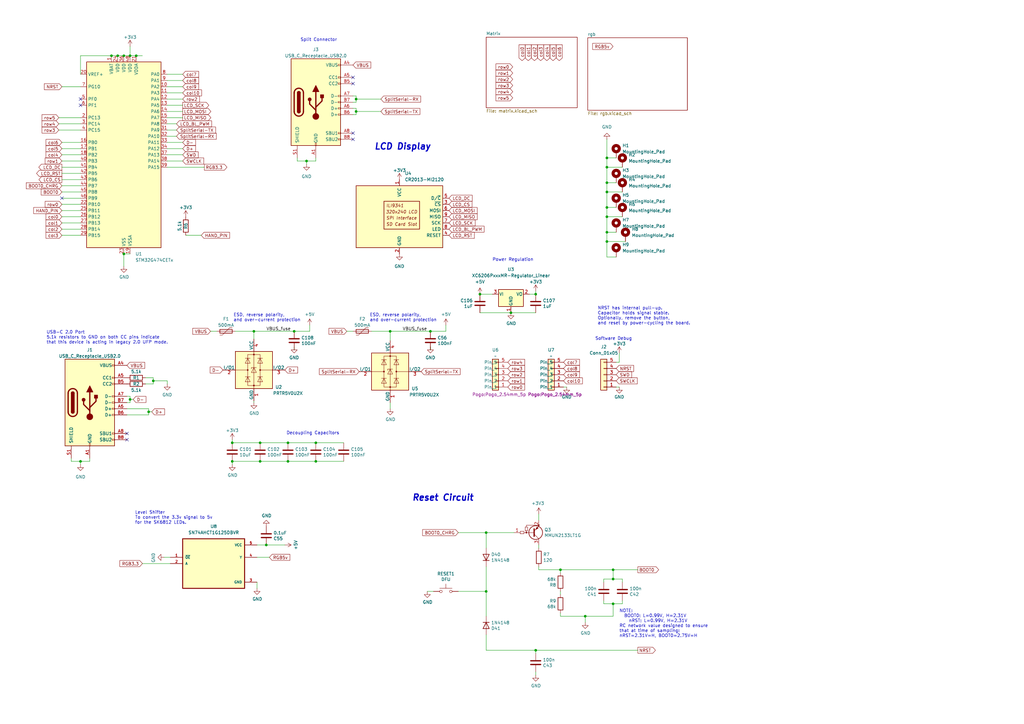
<source format=kicad_sch>
(kicad_sch (version 20250114) (generator "eeschema") (generator_version "9.0")
  (paper "A3")
  (text "Decoupling Capacitors" (at 117.475 178.435 0) (effects (font (size 1.27 1.27)) (justify left bottom)))
  (text "NOTE:\n  BOOT0: L=0.99V, H=2.31V\n    nRST: L=0.99V, H=2.31V\nRC network value designed to ensure\nthat at time of sampling:\nnRST=2.31V=H, BOOT0=2.75V=H" (at 254 261.62 0) (effects (font (size 1.27 1.27)) (justify left bottom)))
  (text "Power Regulation" (at 201.93 107.315 0) (effects (font (size 1.27 1.27)) (justify left bottom)))
  (text "Reset Circuit" (at 168.91 205.74 0) (effects (font (size 2.54 2.54) (thickness 0.508) (bold yes) (italic yes)) (justify left bottom)))
  (text "USB-C 2.0 Port\n5.1k resistors to GND on both CC pins indicate\nthat this device is acting in legacy 2.0 UFP mode." (at 19.05 141.224 0) (effects (font (size 1.27 1.27)) (justify left bottom)))
  (text "ESD, reverse polarity,\nand over-current protection" (at 95.758 132.08 0) (effects (font (size 1.27 1.27)) (justify left bottom)))
  (text "Split Connector" (at 123.19 17.145 0) (effects (font (size 1.27 1.27)) (justify left bottom)))
  (text "Software Debug" (at 244.094 139.7 0) (effects (font (size 1.27 1.27)) (justify left bottom)))
  (text "NRST has internal pull-up.\nCapacitor holds signal stable.\nOptionally, remove the button,\nand reset by power-cycling the board." (at 245.11 133.35 0) (effects (font (size 1.27 1.27)) (justify left bottom)))
  (text "ESD, reverse polarity,\nand over-current protection" (at 151.638 132.08 0) (effects (font (size 1.27 1.27)) (justify left bottom)))
  (text "LCD Display" (at 153.416 61.722 0) (effects (font (size 2.54 2.54) (thickness 0.508) (bold yes) (italic yes)) (justify left bottom)))
  (text "Level Shifter\nTo convert the 3.3v signal to 5v\nfor the SK6812 LEDs." (at 55.372 215.138 0) (effects (font (size 1.27 1.27)) (justify left bottom)))
  (junction (at 95.25 181.61))
  (junction (at 248.92 74.93))
  (junction (at 125.73 66.04))
  (junction (at 240.03 252.73))
  (junction (at 146.05 40.64))
  (junction (at 53.34 22.86))
  (junction (at 62.865 156.21))
  (junction (at 109.22 223.52))
  (junction (at 50.8 22.86))
  (junction (at 48.26 22.86))
  (junction (at 60.96 168.91))
  (junction (at 53.34 163.83))
  (junction (at 45.72 22.86))
  (junction (at 248.92 95.25))
  (junction (at 129.54 181.61))
  (junction (at 104.14 135.89))
  (junction (at 95.25 189.23))
  (junction (at 160.02 135.89))
  (junction (at 106.68 181.61))
  (junction (at 248.92 78.74))
  (junction (at 248.92 64.77))
  (junction (at 251.46 247.65))
  (junction (at 106.68 189.23))
  (junction (at 248.92 88.9))
  (junction (at 199.39 242.57))
  (junction (at 248.92 85.09))
  (junction (at 199.39 218.44))
  (junction (at 118.11 181.61))
  (junction (at 251.46 237.49))
  (junction (at 209.55 128.27) (diameter 0.9144))
  (junction (at 219.71 266.7))
  (junction (at 50.8 104.14))
  (junction (at 118.11 189.23))
  (junction (at 120.65 135.89))
  (junction (at 129.54 189.23))
  (junction (at 176.53 135.89))
  (junction (at 219.71 120.65))
  (junction (at 248.92 99.06))
  (junction (at 229.87 233.68))
  (junction (at 33.02 189.23))
  (junction (at 251.46 233.68))
  (junction (at 55.88 22.86))
  (junction (at 248.92 68.58))
  (junction (at 196.85 120.65))
  (junction (at 146.05 45.72))
  (no_connect (at 52.07 177.8))
  (no_connect (at 144.78 57.15))
  (no_connect (at 52.07 180.34))
  (no_connect (at 144.78 31.75))
  (no_connect (at 144.78 34.29))
  (no_connect (at 25.4 81.28))
  (no_connect (at 33.02 40.64))
  (no_connect (at 144.78 54.61))
  (no_connect (at 33.02 43.18))
  (wire (pts (xy 25.4 86.36) (xy 33.02 86.36)))
  (wire (pts (xy 248.92 88.9) (xy 248.92 85.09)))
  (wire (pts (xy 199.39 218.44) (xy 210.82 218.44)))
  (wire (pts (xy 247.65 238.76) (xy 247.65 237.49)))
  (wire (pts (xy 199.39 232.41) (xy 199.39 242.57)))
  (wire (pts (xy 160.02 165.1) (xy 160.02 167.64)))
  (wire (pts (xy 68.58 35.56) (xy 74.93 35.56)))
  (wire (pts (xy 120.65 135.89) (xy 127 135.89)))
  (wire (pts (xy 248.92 95.25) (xy 248.92 88.9)))
  (wire (pts (xy 146.05 39.37) (xy 146.05 40.64)))
  (wire (pts (xy 50.8 104.14) (xy 53.34 104.14)))
  (wire (pts (xy 125.73 67.31) (xy 125.73 66.04)))
  (wire (pts (xy 95.25 180.34) (xy 95.25 181.61)))
  (wire (pts (xy 25.4 66.04) (xy 33.02 66.04)))
  (wire (pts (xy 219.71 267.97) (xy 219.71 266.7)))
  (wire (pts (xy 248.92 57.15) (xy 248.92 64.77)))
  (wire (pts (xy 25.4 68.58) (xy 33.02 68.58)))
  (wire (pts (xy 127 133.35) (xy 127 135.89)))
  (wire (pts (xy 118.11 181.61) (xy 106.68 181.61)))
  (wire (pts (xy 53.34 162.56) (xy 53.34 163.83)))
  (wire (pts (xy 68.58 156.21) (xy 68.58 157.48)))
  (wire (pts (xy 142.24 135.89) (xy 144.78 135.89)))
  (wire (pts (xy 240.03 252.73) (xy 251.46 252.73)))
  (wire (pts (xy 33.02 22.86) (xy 45.72 22.86)))
  (wire (pts (xy 248.92 74.93) (xy 248.92 68.58)))
  (wire (pts (xy 48.26 22.86) (xy 50.8 22.86)))
  (wire (pts (xy 105.41 241.3) (xy 105.41 238.76)))
  (wire (pts (xy 248.92 78.74) (xy 248.92 74.93)))
  (wire (pts (xy 220.98 213.36) (xy 220.98 210.82)))
  (wire (pts (xy 25.4 58.42) (xy 33.02 58.42)))
  (wire (pts (xy 60.96 170.18) (xy 60.96 168.91)))
  (wire (pts (xy 52.07 167.64) (xy 60.96 167.64)))
  (wire (pts (xy 58.42 231.14) (xy 69.85 231.14)))
  (wire (pts (xy 199.39 266.7) (xy 219.71 266.7)))
  (wire (pts (xy 50.8 109.22) (xy 50.8 104.14)))
  (wire (pts (xy 104.14 165.1) (xy 104.14 164.465)))
  (wire (pts (xy 106.68 181.61) (xy 95.25 181.61)))
  (wire (pts (xy 24.13 50.8) (xy 33.02 50.8)))
  (wire (pts (xy 118.11 189.23) (xy 129.54 189.23)))
  (wire (pts (xy 146.05 45.72) (xy 156.21 45.72)))
  (wire (pts (xy 254 144.78) (xy 254 148.59)))
  (wire (pts (xy 45.72 22.86) (xy 48.26 22.86)))
  (wire (pts (xy 247.65 247.65) (xy 247.65 246.38)))
  (wire (pts (xy 95.25 190.5) (xy 95.25 189.23)))
  (wire (pts (xy 160.02 135.89) (xy 176.53 135.89)))
  (wire (pts (xy 68.58 68.58) (xy 83.82 68.58)))
  (wire (pts (xy 53.34 22.86) (xy 55.88 22.86)))
  (wire (pts (xy 62.865 157.48) (xy 62.865 156.21)))
  (wire (pts (xy 248.92 99.06) (xy 248.92 105.41)))
  (wire (pts (xy 248.92 105.41) (xy 252.73 105.41)))
  (wire (pts (xy 144.78 39.37) (xy 146.05 39.37)))
  (wire (pts (xy 24.13 53.34) (xy 33.02 53.34)))
  (wire (pts (xy 50.8 22.86) (xy 53.34 22.86)))
  (wire (pts (xy 247.65 247.65) (xy 251.46 247.65)))
  (wire (pts (xy 25.4 88.9) (xy 33.02 88.9)))
  (wire (pts (xy 121.92 66.04) (xy 125.73 66.04)))
  (wire (pts (xy 229.87 252.73) (xy 240.03 252.73)))
  (wire (pts (xy 25.4 71.12) (xy 33.02 71.12)))
  (wire (pts (xy 68.58 50.8) (xy 72.39 50.8)))
  (wire (pts (xy 68.58 58.42) (xy 74.93 58.42)))
  (wire (pts (xy 219.71 266.7) (xy 261.62 266.7)))
  (wire (pts (xy 68.58 45.72) (xy 74.93 45.72)))
  (wire (pts (xy 209.55 128.27) (xy 219.71 128.27)))
  (wire (pts (xy 240.03 255.27) (xy 240.03 252.73)))
  (wire (pts (xy 160.02 135.89) (xy 160.02 139.7)))
  (wire (pts (xy 67.31 228.6) (xy 69.85 228.6)))
  (wire (pts (xy 25.4 76.2) (xy 33.02 76.2)))
  (wire (pts (xy 248.92 78.74) (xy 255.27 78.74)))
  (wire (pts (xy 187.96 218.44) (xy 199.39 218.44)))
  (wire (pts (xy 62.865 156.21) (xy 68.58 156.21)))
  (wire (pts (xy 219.71 119.38) (xy 219.71 120.65)))
  (wire (pts (xy 68.58 60.96) (xy 74.93 60.96)))
  (wire (pts (xy 146.05 40.64) (xy 156.21 40.64)))
  (wire (pts (xy 116.84 223.52) (xy 109.22 223.52)))
  (wire (pts (xy 251.46 237.49) (xy 255.27 237.49)))
  (wire (pts (xy 220.98 232.41) (xy 220.98 233.68)))
  (wire (pts (xy 182.88 133.35) (xy 182.88 135.89)))
  (wire (pts (xy 129.54 181.61) (xy 140.97 181.61)))
  (wire (pts (xy 248.92 95.25) (xy 248.92 99.06)))
  (wire (pts (xy 68.58 33.02) (xy 74.93 33.02)))
  (wire (pts (xy 254 148.59) (xy 252.73 148.59)))
  (wire (pts (xy 199.39 242.57) (xy 199.39 252.73)))
  (wire (pts (xy 144.78 44.45) (xy 146.05 44.45)))
  (wire (pts (xy 25.4 91.44) (xy 33.02 91.44)))
  (wire (pts (xy 52.07 170.18) (xy 60.96 170.18)))
  (wire (pts (xy 25.4 35.56) (xy 33.02 35.56)))
  (wire (pts (xy 255.27 247.65) (xy 255.27 246.38)))
  (wire (pts (xy 220.98 224.79) (xy 220.98 223.52)))
  (wire (pts (xy 251.46 237.49) (xy 251.46 233.68)))
  (wire (pts (xy 251.46 233.68) (xy 261.62 233.68)))
  (wire (pts (xy 229.87 242.57) (xy 229.87 243.84)))
  (wire (pts (xy 53.34 163.83) (xy 53.34 165.1)))
  (wire (pts (xy 199.39 260.35) (xy 199.39 266.7)))
  (wire (pts (xy 109.22 223.52) (xy 105.41 223.52)))
  (wire (pts (xy 146.05 41.91) (xy 146.05 40.64)))
  (wire (pts (xy 68.58 40.64) (xy 74.93 40.64)))
  (wire (pts (xy 53.34 19.05) (xy 53.34 22.86)))
  (wire (pts (xy 256.54 99.06) (xy 248.92 99.06)))
  (wire (pts (xy 196.85 120.65) (xy 201.93 120.65)))
  (wire (pts (xy 68.58 66.04) (xy 74.93 66.04)))
  (wire (pts (xy 217.17 120.65) (xy 219.71 120.65)))
  (wire (pts (xy 86.36 135.89) (xy 88.9 135.89)))
  (wire (pts (xy 118.11 189.23) (xy 106.68 189.23)))
  (wire (pts (xy 55.88 22.86) (xy 58.42 22.86)))
  (wire (pts (xy 52.07 165.1) (xy 53.34 165.1)))
  (wire (pts (xy 247.65 237.49) (xy 251.46 237.49)))
  (wire (pts (xy 121.92 64.77) (xy 121.92 66.04)))
  (wire (pts (xy 176.53 142.24) (xy 176.53 143.51)))
  (wire (pts (xy 106.68 189.23) (xy 95.25 189.23)))
  (wire (pts (xy 25.4 83.82) (xy 33.02 83.82)))
  (wire (pts (xy 36.83 189.23) (xy 36.83 187.96)))
  (wire (pts (xy 60.96 167.64) (xy 60.96 168.91)))
  (wire (pts (xy 252.73 158.75) (xy 254 158.75)))
  (wire (pts (xy 248.92 88.9) (xy 255.27 88.9)))
  (wire (pts (xy 76.2 96.52) (xy 82.55 96.52)))
  (wire (pts (xy 29.21 189.23) (xy 33.02 189.23)))
  (wire (pts (xy 104.14 135.89) (xy 120.65 135.89)))
  (wire (pts (xy 146.05 46.99) (xy 146.05 45.72)))
  (wire (pts (xy 199.39 224.79) (xy 199.39 218.44)))
  (wire (pts (xy 255.27 237.49) (xy 255.27 238.76)))
  (wire (pts (xy 229.87 251.46) (xy 229.87 252.73)))
  (wire (pts (xy 248.92 64.77) (xy 252.73 64.77)))
  (wire (pts (xy 118.11 181.61) (xy 129.54 181.61)))
  (wire (pts (xy 105.41 228.6) (xy 110.49 228.6)))
  (wire (pts (xy 53.34 163.83) (xy 54.61 163.83)))
  (wire (pts (xy 25.4 78.74) (xy 33.02 78.74)))
  (wire (pts (xy 60.96 168.91) (xy 62.23 168.91)))
  (wire (pts (xy 152.4 135.89) (xy 160.02 135.89)))
  (wire (pts (xy 146.05 44.45) (xy 146.05 45.72)))
  (wire (pts (xy 24.13 48.26) (xy 33.02 48.26)))
  (wire (pts (xy 220.98 233.68) (xy 229.87 233.68)))
  (wire (pts (xy 209.55 128.27) (xy 196.85 128.27)))
  (wire (pts (xy 72.39 55.88) (xy 68.58 55.88)))
  (wire (pts (xy 144.78 41.91) (xy 146.05 41.91)))
  (wire (pts (xy 231.14 158.75) (xy 232.41 158.75)))
  (wire (pts (xy 52.07 162.56) (xy 53.34 162.56)))
  (wire (pts (xy 120.65 142.24) (xy 120.65 143.51)))
  (wire (pts (xy 33.02 189.23) (xy 36.83 189.23)))
  (wire (pts (xy 251.46 247.65) (xy 255.27 247.65)))
  (wire (pts (xy 72.39 53.34) (xy 68.58 53.34)))
  (wire (pts (xy 248.92 68.58) (xy 255.27 68.58)))
  (wire (pts (xy 68.58 48.26) (xy 74.93 48.26)))
  (wire (pts (xy 33.02 30.48) (xy 33.02 22.86)))
  (wire (pts (xy 187.96 242.57) (xy 199.39 242.57)))
  (wire (pts (xy 68.58 43.18) (xy 74.93 43.18)))
  (wire (pts (xy 25.4 93.98) (xy 33.02 93.98)))
  (wire (pts (xy 33.02 190.5) (xy 33.02 189.23)))
  (wire (pts (xy 68.58 38.1) (xy 74.93 38.1)))
  (wire (pts (xy 229.87 233.68) (xy 251.46 233.68)))
  (wire (pts (xy 129.54 66.04) (xy 129.54 64.77)))
  (wire (pts (xy 59.69 157.48) (xy 62.865 157.48)))
  (wire (pts (xy 25.4 81.28) (xy 33.02 81.28)))
  (wire (pts (xy 252.73 95.25) (xy 248.92 95.25)))
  (wire (pts (xy 129.54 189.23) (xy 140.97 189.23)))
  (wire (pts (xy 229.87 234.95) (xy 229.87 233.68)))
  (wire (pts (xy 176.53 135.89) (xy 182.88 135.89)))
  (wire (pts (xy 29.21 187.96) (xy 29.21 189.23)))
  (wire (pts (xy 219.71 275.59) (xy 219.71 276.86)))
  (wire (pts (xy 177.8 242.57) (xy 175.26 242.57)))
  (wire (pts (xy 248.92 74.93) (xy 252.73 74.93)))
  (wire (pts (xy 125.73 66.04) (xy 129.54 66.04)))
  (wire (pts (xy 59.69 154.94) (xy 62.865 154.94)))
  (wire (pts (xy 68.58 30.48) (xy 74.93 30.48)))
  (wire (pts (xy 248.92 85.09) (xy 248.92 78.74)))
  (wire (pts (xy 248.92 68.58) (xy 248.92 64.77)))
  (wire (pts (xy 25.4 60.96) (xy 33.02 60.96)))
  (wire (pts (xy 251.46 247.65) (xy 251.46 252.73)))
  (wire (pts (xy 104.14 135.89) (xy 104.14 139.065)))
  (wire (pts (xy 96.52 135.89) (xy 104.14 135.89)))
  (wire (pts (xy 25.4 73.66) (xy 33.02 73.66)))
  (wire (pts (xy 25.4 96.52) (xy 33.02 96.52)))
  (wire (pts (xy 62.865 156.21) (xy 62.865 154.94)))
  (wire (pts (xy 68.58 63.5) (xy 74.93 63.5)))
  (wire (pts (xy 144.78 46.99) (xy 146.05 46.99)))
  (wire (pts (xy 248.92 85.09) (xy 252.73 85.09)))
  (wire (pts (xy 25.4 63.5) (xy 33.02 63.5)))
  (label "VBUS_fuse" (at 165.1 135.89 0))
  (label "VBUS_fuse" (at 109.22 135.89 0))
  (global_label "RGB3.3" (shape input) (at 58.42 231.14 180) (property "Intersheetrefs" "${INTERSHEET_REFS}" (effects (hide yes))))
  (global_label "SplitSerial-TX" (shape input) (at 72.39 53.34 0) (property "Intersheetrefs" "${INTERSHEET_REFS}" (effects (hide yes))))
  (global_label "col8" (shape input) (at 74.93 33.02 0) (property "Intersheetrefs" "${INTERSHEET_REFS}" (effects (hide yes))))
  (global_label "BOOT0" (shape output) (at 261.62 233.68 0) (property "Intersheetrefs" "${INTERSHEET_REFS}" (effects (hide yes))))
  (global_label "LCD_MISO" (shape input) (at 184.15 88.9 0) (property "Intersheetrefs" "${INTERSHEET_REFS}" (effects (hide yes))))
  (global_label "SWCLK" (shape input) (at 74.93 66.04 0) (property "Intersheetrefs" "${INTERSHEET_REFS}" (effects (hide yes))))
  (global_label "VBUS" (shape input) (at 144.78 26.67 0) (property "Intersheetrefs" "${INTERSHEET_REFS}" (effects (hide yes))))
  (global_label "LCD_RST" (shape output) (at 25.4 71.12 180) (property "Intersheetrefs" "${INTERSHEET_REFS}" (effects (hide yes))))
  (global_label "row2" (shape input) (at 74.93 40.64 0) (property "Intersheetrefs" "${INTERSHEET_REFS}" (effects (hide yes))))
  (global_label "row1" (shape input) (at 210.312 29.972 180) (property "Intersheetrefs" "${INTERSHEET_REFS}" (effects (hide yes))))
  (global_label "LCD_BL_PWM" (shape input) (at 184.15 93.98 0) (property "Intersheetrefs" "${INTERSHEET_REFS}" (effects (hide yes))))
  (global_label "col0" (shape input) (at 25.4 88.9 180) (property "Intersheetrefs" "${INTERSHEET_REFS}" (effects (hide yes))))
  (global_label "BOOT0_CHRG" (shape input) (at 25.4 76.2 180) (property "Intersheetrefs" "${INTERSHEET_REFS}" (effects (hide yes))))
  (global_label "row2" (shape input) (at 210.312 32.512 180) (property "Intersheetrefs" "${INTERSHEET_REFS}" (effects (hide yes))))
  (global_label "RGB5v" (shape input) (at 110.49 228.6 0) (property "Intersheetrefs" "${INTERSHEET_REFS}" (effects (hide yes))))
  (global_label "row0" (shape input) (at 208.28 158.75 0) (property "Intersheetrefs" "${INTERSHEET_REFS}" (effects (hide yes))))
  (global_label "col6" (shape input) (at 25.4 58.42 180) (property "Intersheetrefs" "${INTERSHEET_REFS}" (effects (hide yes))))
  (global_label "SWCLK" (shape input) (at 252.73 156.21 0) (property "Intersheetrefs" "${INTERSHEET_REFS}" (effects (hide yes))))
  (global_label "col4" (shape input) (at 25.4 63.5 180) (property "Intersheetrefs" "${INTERSHEET_REFS}" (effects (hide yes))))
  (global_label "row3" (shape input) (at 24.13 53.34 180) (property "Intersheetrefs" "${INTERSHEET_REFS}" (effects (hide yes))))
  (global_label "LCD_MOSI" (shape output) (at 74.93 45.72 0) (property "Intersheetrefs" "${INTERSHEET_REFS}" (effects (hide yes))))
  (global_label "col10" (shape input) (at 231.14 156.21 0) (property "Intersheetrefs" "${INTERSHEET_REFS}" (effects (hide yes))))
  (global_label "col2" (shape input) (at 25.4 93.98 180) (property "Intersheetrefs" "${INTERSHEET_REFS}" (effects (hide yes))))
  (global_label "row3" (shape input) (at 208.28 151.13 0) (property "Intersheetrefs" "${INTERSHEET_REFS}" (effects (hide yes))))
  (global_label "row1" (shape input) (at 208.28 156.21 0) (property "Intersheetrefs" "${INTERSHEET_REFS}" (effects (hide yes))))
  (global_label "VBUS" (shape input) (at 52.07 149.86 0) (property "Intersheetrefs" "${INTERSHEET_REFS}" (effects (hide yes))))
  (global_label "LCD_CS" (shape input) (at 184.15 83.82 0) (property "Intersheetrefs" "${INTERSHEET_REFS}" (effects (hide yes))))
  (global_label "col8" (shape input) (at 231.14 151.13 0) (property "Intersheetrefs" "${INTERSHEET_REFS}" (effects (hide yes))))
  (global_label "col6" (shape input) (at 229.362 24.892 90) (property "Intersheetrefs" "${INTERSHEET_REFS}" (effects (hide yes))))
  (global_label "row0" (shape input) (at 25.4 83.82 180) (property "Intersheetrefs" "${INTERSHEET_REFS}" (effects (hide yes))))
  (global_label "col7" (shape input) (at 231.14 148.59 0) (property "Intersheetrefs" "${INTERSHEET_REFS}" (effects (hide yes))))
  (global_label "LCD_BL_PWM" (shape input) (at 72.39 50.8 0) (property "Intersheetrefs" "${INTERSHEET_REFS}" (effects (hide yes))))
  (global_label "row1" (shape input) (at 25.4 66.04 180) (property "Intersheetrefs" "${INTERSHEET_REFS}" (effects (hide yes))))
  (global_label "D-" (shape input) (at 74.93 58.42 0) (property "Intersheetrefs" "${INTERSHEET_REFS}" (effects (hide yes))))
  (global_label "HAND_PIN" (shape input) (at 25.4 86.36 180) (property "Intersheetrefs" "${INTERSHEET_REFS}" (effects (hide yes))))
  (global_label "SplitSerial-TX" (shape input) (at 172.72 152.4 0) (property "Intersheetrefs" "${INTERSHEET_REFS}" (effects (hide yes))))
  (global_label "BOOT0_CHRG" (shape input) (at 187.96 218.44 180) (property "Intersheetrefs" "${INTERSHEET_REFS}" (effects (hide yes))))
  (global_label "SplitSerial-RX" (shape input) (at 156.21 40.64 0) (property "Intersheetrefs" "${INTERSHEET_REFS}" (effects (hide yes))))
  (global_label "LCD_DC" (shape output) (at 25.4 68.58 180) (property "Intersheetrefs" "${INTERSHEET_REFS}" (effects (hide yes))))
  (global_label "col5" (shape input) (at 226.822 24.892 90) (property "Intersheetrefs" "${INTERSHEET_REFS}" (effects (hide yes))))
  (global_label "row4" (shape input) (at 210.312 37.592 180) (property "Intersheetrefs" "${INTERSHEET_REFS}" (effects (hide yes))))
  (global_label "col1" (shape input) (at 25.4 91.44 180) (property "Intersheetrefs" "${INTERSHEET_REFS}" (effects (hide yes))))
  (global_label "row2" (shape input) (at 208.28 153.67 0) (property "Intersheetrefs" "${INTERSHEET_REFS}" (effects (hide yes))))
  (global_label "row5" (shape input) (at 24.13 48.26 180) (property "Intersheetrefs" "${INTERSHEET_REFS}" (effects (hide yes))))
  (global_label "SWD" (shape input) (at 252.73 153.67 0) (property "Intersheetrefs" "${INTERSHEET_REFS}" (effects (hide yes))))
  (global_label "RGB5v" (shape input) (at 251.46 19.05 180) (property "Intersheetrefs" "${INTERSHEET_REFS}" (effects (hide yes))))
  (global_label "NRST" (shape output) (at 261.62 266.7 0) (property "Intersheetrefs" "${INTERSHEET_REFS}" (effects (hide yes))))
  (global_label "RGB3.3" (shape output) (at 83.82 68.58 0) (property "Intersheetrefs" "${INTERSHEET_REFS}" (effects (hide yes))))
  (global_label "col5" (shape input) (at 25.4 60.96 180) (property "Intersheetrefs" "${INTERSHEET_REFS}" (effects (hide yes))))
  (global_label "NRST" (shape input) (at 252.73 151.13 0) (property "Intersheetrefs" "${INTERSHEET_REFS}" (effects (hide yes))))
  (global_label "col9" (shape input) (at 231.14 153.67 0) (property "Intersheetrefs" "${INTERSHEET_REFS}" (effects (hide yes))))
  (global_label "D-" (shape input) (at 54.61 163.83 0) (property "Intersheetrefs" "${INTERSHEET_REFS}" (effects (hide yes))))
  (global_label "VBUS" (shape input) (at 142.24 135.89 180) (property "Intersheetrefs" "${INTERSHEET_REFS}" (effects (hide yes))))
  (global_label "col2" (shape input) (at 219.202 24.892 90) (property "Intersheetrefs" "${INTERSHEET_REFS}" (effects (hide yes))))
  (global_label "row5" (shape input) (at 210.312 40.132 180) (property "Intersheetrefs" "${INTERSHEET_REFS}" (effects (hide yes))))
  (global_label "row3" (shape input) (at 210.312 35.052 180) (property "Intersheetrefs" "${INTERSHEET_REFS}" (effects (hide yes))))
  (global_label "NRST" (shape input) (at 25.4 35.56 180) (property "Intersheetrefs" "${INTERSHEET_REFS}" (effects (hide yes))))
  (global_label "LCD_MOSI" (shape input) (at 184.15 86.36 0) (property "Intersheetrefs" "${INTERSHEET_REFS}" (effects (hide yes))))
  (global_label "LCD_DC" (shape input) (at 184.15 81.28 0) (property "Intersheetrefs" "${INTERSHEET_REFS}" (effects (hide yes))))
  (global_label "row4" (shape input) (at 208.28 148.59 0) (property "Intersheetrefs" "${INTERSHEET_REFS}" (effects (hide yes))))
  (global_label "SplitSerial-RX" (shape input) (at 147.32 152.4 180) (property "Intersheetrefs" "${INTERSHEET_REFS}" (effects (hide yes))))
  (global_label "col3" (shape input) (at 221.742 24.892 90) (property "Intersheetrefs" "${INTERSHEET_REFS}" (effects (hide yes))))
  (global_label "HAND_PIN" (shape input) (at 82.55 96.52 0) (property "Intersheetrefs" "${INTERSHEET_REFS}" (effects (hide yes))))
  (global_label "LCD_CS" (shape output) (at 25.4 73.66 180) (property "Intersheetrefs" "${INTERSHEET_REFS}" (effects (hide yes))))
  (global_label "col1" (shape input) (at 216.662 24.892 90) (property "Intersheetrefs" "${INTERSHEET_REFS}" (effects (hide yes))))
  (global_label "D+" (shape input) (at 74.93 60.96 0) (property "Intersheetrefs" "${INTERSHEET_REFS}" (effects (hide yes))))
  (global_label "D+" (shape input) (at 62.23 168.91 0) (property "Intersheetrefs" "${INTERSHEET_REFS}" (effects (hide yes))))
  (global_label "col4" (shape input) (at 224.282 24.892 90) (property "Intersheetrefs" "${INTERSHEET_REFS}" (effects (hide yes))))
  (global_label "col9" (shape input) (at 74.93 35.56 0) (property "Intersheetrefs" "${INTERSHEET_REFS}" (effects (hide yes))))
  (global_label "LCD_SCK" (shape output) (at 74.93 43.18 0) (property "Intersheetrefs" "${INTERSHEET_REFS}" (effects (hide yes))))
  (global_label "col0" (shape input) (at 214.122 24.892 90) (property "Intersheetrefs" "${INTERSHEET_REFS}" (effects (hide yes))))
  (global_label "D+" (shape input) (at 116.84 151.765 0) (property "Intersheetrefs" "${INTERSHEET_REFS}" (effects (hide yes))))
  (global_label "D-" (shape input) (at 91.44 151.765 180) (property "Intersheetrefs" "${INTERSHEET_REFS}" (effects (hide yes))))
  (global_label "LCD_MISO" (shape output) (at 74.93 48.26 0) (property "Intersheetrefs" "${INTERSHEET_REFS}" (effects (hide yes))))
  (global_label "BOOT0" (shape input) (at 25.4 78.74 180) (property "Intersheetrefs" "${INTERSHEET_REFS}" (effects (hide yes))))
  (global_label "row4" (shape input) (at 24.13 50.8 180) (property "Intersheetrefs" "${INTERSHEET_REFS}" (effects (hide yes))))
  (global_label "SplitSerial-TX" (shape input) (at 156.21 45.72 0) (property "Intersheetrefs" "${INTERSHEET_REFS}" (effects (hide yes))))
  (global_label "LCD_SCK" (shape input) (at 184.15 91.44 0) (property "Intersheetrefs" "${INTERSHEET_REFS}" (effects (hide yes))))
  (global_label "col3" (shape input) (at 25.4 96.52 180) (property "Intersheetrefs" "${INTERSHEET_REFS}" (effects (hide yes))))
  (global_label "col7" (shape input) (at 74.93 30.48 0) (property "Intersheetrefs" "${INTERSHEET_REFS}" (effects (hide yes))))
  (global_label "col10" (shape input) (at 74.93 38.1 0) (property "Intersheetrefs" "${INTERSHEET_REFS}" (effects (hide yes))))
  (global_label "row0" (shape input) (at 210.312 27.432 180) (property "Intersheetrefs" "${INTERSHEET_REFS}" (effects (hide yes))))
  (global_label "LCD_RST" (shape input) (at 184.15 96.52 0) (property "Intersheetrefs" "${INTERSHEET_REFS}" (effects (hide yes))))
  (global_label "SplitSerial-RX" (shape input) (at 72.39 55.88 0) (property "Intersheetrefs" "${INTERSHEET_REFS}" (effects (hide yes))))
  (global_label "SWD" (shape input) (at 74.93 63.5 0) (property "Intersheetrefs" "${INTERSHEET_REFS}" (effects (hide yes))))
  (global_label "VBUS" (shape input) (at 86.36 135.89 180) (property "Intersheetrefs" "${INTERSHEET_REFS}" (effects (hide yes))))
  (symbol (lib_id "power:GND") (at 105.41 241.3 0) (unit 1)
    (property "Reference" "#PWR069" (effects (hide yes)))
    (property "Value" "GND" (at 105.537 245.6942 0))
  )
  (symbol (lib_id "power:GND") (at 209.55 128.27 0) (unit 1)
    (property "Reference" "#PWR015" (effects (hide yes)))
    (property "Value" "GND" (at 209.677 132.6642 0))
  )
  (symbol (lib_id "power:+5V") (at 196.85 120.65 0) (unit 1)
    (property "Reference" "#PWR013" (effects (hide yes)))
    (property "Value" "+5V" (at 196.85 115.57 0))
  )
  (symbol (lib_id "Device:C") (at 219.71 124.46 0) (unit 1)
    (property "Reference" "C107" (at 222.631 123.2916 0) (effects (justify left)))
    (property "Value" "1uF" (at 222.631 125.603 0) (effects (justify left)))
    (property "Footprint" "Capacitor_SMD:C_0402_1005Metric" (effects (hide yes)))
    (property "LCSC" "C307331" (effects (hide yes)))
  )
  (symbol (lib_id "power:GND") (at 176.53 142.24 0) (unit 1)
    (property "Reference" "#PWR062" (effects (hide yes)))
    (property "Value" "GND" (at 176.53 146.685 0))
  )
  (symbol (lib_name "+5V_1") (lib_id "power:+5V") (at 116.84 223.52 270) (mirror x) (unit 1)
    (property "Reference" "#PWR06" (effects (hide yes)))
    (property "Value" "+5V" (at 121.285 223.52 0))
  )
  (symbol (lib_id "power:GND") (at 120.65 142.24 0) (unit 1)
    (property "Reference" "#PWR010" (effects (hide yes)))
    (property "Value" "GND" (at 120.65 146.685 0))
  )
  (symbol (lib_id "Device:C") (at 120.65 139.7 0) (unit 1)
    (property "Reference" "C108" (at 123.571 138.5316 0) (effects (justify left)))
    (property "Value" "100nF" (at 123.571 140.843 0) (effects (justify left)))
    (property "Footprint" "Capacitor_SMD:C_0402_1005Metric" (effects (hide yes)))
    (property "LCSC" "C307331" (effects (hide yes)))
  )
  (symbol (lib_id "Driver_Display:CR2013-MI2120") (at 163.83 88.9 0) (unit 1)
    (property "Reference" "U4" (at 166.0241 71.12 0) (effects (justify left)))
    (property "Value" "CR2013-MI2120" (at 166.0241 73.66 0) (effects (justify left)))
    (property "Footprint" "Display:CR2013-MI2120" (effects (hide yes)))
    (property "Datasheet" "http://pan.baidu.com/s/11Y990" (effects (hide yes)))
    (property "Description" "ILI9341 controller, SPI TFT LCD Display, 9-pin breakout PCB, 4-pin SD card interface, 5V/3.3V" (effects (hide yes)))
  )
  (symbol (lib_id "Mechanical:MountingHole_Pad") (at 252.73 102.87 0) (unit 1) (exclude_from_sim yes) (in_bom no)
    (property "Reference" "H9" (at 255.27 100.3299 0) (effects (justify left)))
    (property "Value" "MountingHole_Pad" (at 255.27 102.8699 0) (effects (justify left)))
    (property "Footprint" "MountingHole:MountingHole_3.2mm_M3_DIN965_Pad" (effects (hide yes)))
    (property "Description" "Mounting Hole with connection" (effects (hide yes)))
  )
  (symbol (lib_id "Device:D") (at 199.39 256.54 90) (mirror x) (unit 1)
    (property "Reference" "D41" (at 201.422 257.7084 90) (effects (justify right)))
    (property "Value" "1N4148" (at 201.422 255.397 90) (effects (justify right)))
    (property "Footprint" "Diode_SMD:D_SOD-123" (effects (hide yes)))
  )
  (symbol (lib_id "Connector:USB_C_Receptacle_USB2.0") (at 36.83 165.1 0) (unit 1)
    (property "Reference" "J1" (at 36.83 143.51 0))
    (property "Value" "USB_C_Receptacle_USB2.0" (at 36.83 146.05 0))
    (property "Footprint" "PCM_marbastlib-various:USB_C_Receptacle_HRO_TYPE-C-31-M-14" (effects (hide yes)))
    (property "Datasheet" "https://www.usb.org/sites/default/files/documents/usb_type-c.zip" (effects (hide yes)))
    (property "JlcRotOffset" "180" (effects (hide yes)))
    (property "JlcPosOffset" "0,1.5" (effects (hide yes)))
  )
  (symbol (lib_id "Device:C") (at 140.97 185.42 0) (unit 1)
    (property "Reference" "C105" (at 143.891 184.2516 0) (effects (justify left)))
    (property "Value" "100nF" (at 143.891 186.563 0) (effects (justify left)))
    (property "Footprint" "Capacitor_SMD:C_0402_1005Metric" (effects (hide yes)))
    (property "LCSC" "C307331" (effects (hide yes)))
  )
  (symbol (lib_id "Mechanical:MountingHole_Pad") (at 256.54 96.52 0) (unit 1) (exclude_from_sim yes) (in_bom no)
    (property "Reference" "H8" (at 259.08 93.9799 0) (effects (justify left)))
    (property "Value" "MountingHole_Pad" (at 259.08 96.5199 0) (effects (justify left)))
    (property "Footprint" "MountingHole:MountingHole_3.2mm_M3_DIN965_Pad" (effects (hide yes)))
    (property "Description" "Mounting Hole with connection" (effects (hide yes)))
  )
  (symbol (lib_id "Device:C") (at 196.85 124.46 0) (mirror y) (unit 1)
    (property "Reference" "C106" (at 193.929 123.2916 0) (effects (justify left)))
    (property "Value" "1uF" (at 193.929 125.603 0) (effects (justify left)))
    (property "Footprint" "Capacitor_SMD:C_0402_1005Metric" (effects (hide yes)))
    (property "LCSC" "C307331" (effects (hide yes)))
  )
  (symbol (lib_id "Power_Protection:PRTR5V0U2X") (at 104.14 151.765 0) (unit 1)
    (property "Reference" "U2" (at 114.3 158.75 0))
    (property "Value" "PRTR5V0U2X" (at 118.11 161.29 0))
    (property "Footprint" "Package_TO_SOT_SMD:SOT-143" (effects (hide yes)))
    (property "Datasheet" "https://assets.nexperia.com/documents/data-sheet/PRTR5V0U2X.pdf" (effects (hide yes)))
    (property "LCSC" "C2827688" (effects (hide yes)))
    (property "JlcRotOffset" "90" (effects (hide yes)))
  )
  (symbol (lib_id "Device:R") (at 220.98 228.6 0) (unit 1)
    (property "Reference" "R7" (at 222.758 227.4316 0) (effects (justify left)))
    (property "Value" "120" (at 222.758 229.743 0) (effects (justify left)))
    (property "Footprint" "Resistor_SMD:R_0805_2012Metric" (effects (hide yes)))
  )
  (symbol (lib_id "Mechanical:MountingHole_Pad") (at 252.73 72.39 0) (unit 1) (exclude_from_sim yes) (in_bom no)
    (property "Reference" "H3" (at 255.27 69.8499 0) (effects (justify left)))
    (property "Value" "MountingHole_Pad" (at 255.27 72.3899 0) (effects (justify left)))
    (property "Footprint" "MountingHole:MountingHole_3.2mm_M3_DIN965_Pad" (effects (hide yes)))
    (property "Description" "Mounting Hole with connection" (effects (hide yes)))
  )
  (symbol (lib_id "power:+3V3") (at 254 144.78 0) (mirror y) (unit 1)
    (property "Reference" "#PWR065" (effects (hide yes)))
    (property "Value" "+3V3" (at 254 140.97 0))
  )
  (symbol (lib_id "power:GND") (at 50.8 109.22 0) (unit 1)
    (property "Reference" "#PWR060" (effects (hide yes)))
    (property "Value" "GND" (at 50.927 113.6142 0))
  )
  (symbol (lib_id "Mechanical:MountingHole_Pad") (at 255.27 86.36 0) (unit 1) (exclude_from_sim yes) (in_bom no)
    (property "Reference" "H6" (at 257.81 83.8199 0) (effects (justify left)))
    (property "Value" "MountingHole_Pad" (at 257.81 86.3599 0) (effects (justify left)))
    (property "Footprint" "MountingHole:MountingHole_3.2mm_M3_DIN965_Pad" (effects (hide yes)))
    (property "Description" "Mounting Hole with connection" (effects (hide yes)))
  )
  (symbol (lib_id "power:GND") (at 254 158.75 0) (unit 1)
    (property "Reference" "#PWR070" (effects (hide yes)))
    (property "Value" "GND" (at 254 162.814 0))
  )
  (symbol (lib_id "Djinn-rescue:GND-power") (at 219.71 276.86 0) (unit 1)
    (property "Reference" "#PWR083" (effects (hide yes)))
    (property "Value" "GND" (at 219.837 281.2542 0))
  )
  (symbol (lib_id "power:GND") (at 67.31 228.6 270) (unit 1)
    (property "Reference" "#PWR07" (effects (hide yes)))
    (property "Value" "GND" (at 62.9158 228.727 0))
  )
  (symbol (lib_id "Device:C") (at 176.53 139.7 0) (unit 1)
    (property "Reference" "C56" (at 179.451 138.5316 0) (effects (justify left)))
    (property "Value" "100nF" (at 179.451 140.843 0) (effects (justify left)))
    (property "Footprint" "Capacitor_SMD:C_0402_1005Metric" (effects (hide yes)))
    (property "LCSC" "C307331" (effects (hide yes)))
  )
  (symbol (lib_id "Device:Polyfuse") (at 92.71 135.89 90) (unit 1)
    (property "Reference" "F1" (at 92.71 130.81 90))
    (property "Value" "500mA" (at 92.71 133.35 90))
    (property "Footprint" "Fuse:Fuse_1206_3216Metric" (effects (hide yes)))
    (property "LCSC" "C135341" (effects (hide yes)))
  )
  (symbol (lib_id "Djinn-rescue:GND-power") (at 240.03 255.27 0) (unit 1)
    (property "Reference" "#PWR082" (effects (hide yes)))
    (property "Value" "GND" (at 240.157 259.6642 0))
  )
  (symbol (lib_name "+5V_1") (lib_id "power:+5V") (at 127 133.35 0) (unit 1)
    (property "Reference" "#PWR09" (effects (hide yes)))
    (property "Value" "+5V" (at 127 128.905 0))
  )
  (symbol (lib_id "power:+3V3") (at 219.71 119.38 0) (unit 1)
    (property "Reference" "#PWR012" (effects (hide yes)))
    (property "Value" "+3V3" (at 219.71 115.57 0))
  )
  (symbol (lib_id "MCU_ST_STM32G4:STM32G474CETx") (at 50.8 63.5 0) (unit 1)
    (property "Reference" "U1" (at 55.5341 104.14 0) (effects (justify left)))
    (property "Value" "STM32G474CETx" (at 55.5341 106.68 0) (effects (justify left)))
    (property "Footprint" "Package_QFP:LQFP-48_7x7mm_P0.5mm" (effects (hide yes)))
    (property "Datasheet" "https://www.st.com/resource/en/datasheet/stm32g474ce.pdf" (effects (hide yes)))
    (property "Description" "STMicroelectronics Arm Cortex-M4 MCU, 512KB flash, 128KB RAM, 170 MHz, 1.71-3.6V, 38 GPIO, LQFP48" (effects (hide yes)))
  )
  (symbol (lib_id "Djinn-rescue:+3V3-power") (at 220.98 210.82 0) (mirror y) (unit 1)
    (property "Reference" "#PWR066" (effects (hide yes)))
    (property "Value" "+3V3" (at 220.599 206.4258 0))
  )
  (symbol (lib_id "power:+3V3") (at 95.25 180.34 0) (unit 1)
    (property "Reference" "#PWR04" (effects (hide yes)))
    (property "Value" "+3V3" (at 95.25 176.53 0))
  )
  (symbol (lib_id "power:+3V3") (at 53.34 19.05 0) (unit 1)
    (property "Reference" "#PWR01" (effects (hide yes)))
    (property "Value" "+3V3" (at 53.34 15.24 0))
  )
  (symbol (lib_id "Device:C") (at 247.65 242.57 180) (unit 1)
    (property "Reference" "C41" (at 244.729 243.7384 0) (effects (justify left)))
    (property "Value" "100n" (at 244.729 241.427 0) (effects (justify left)))
    (property "Footprint" "Capacitor_SMD:C_0805_2012Metric" (effects (hide yes)))
  )
  (symbol (lib_id "power:GND") (at 104.14 165.1 0) (unit 1)
    (property "Reference" "#PWR014" (effects (hide yes)))
    (property "Value" "GND" (at 104.267 169.4942 0))
  )
  (symbol (lib_id "Device:R") (at 229.87 247.65 0) (mirror y) (unit 1)
    (property "Reference" "R9" (at 228.092 246.4816 0) (effects (justify left)))
    (property "Value" "68k" (at 228.092 248.793 0) (effects (justify left)))
    (property "Footprint" "Resistor_SMD:R_0805_2012Metric" (effects (hide yes)))
  )
  (symbol (lib_id "Device:D") (at 199.39 228.6 90) (unit 1)
    (property "Reference" "D40" (at 201.422 227.4316 90) (effects (justify right)))
    (property "Value" "1N4148" (at 201.422 229.743 90) (effects (justify right)))
    (property "Footprint" "Diode_SMD:D_SOD-123" (effects (hide yes)))
  )
  (symbol (lib_id "Device:C") (at 109.22 219.71 0) (mirror x) (unit 1)
    (property "Reference" "C55" (at 112.141 220.8784 0) (effects (justify left)))
    (property "Value" "0.1uF" (at 112.141 218.567 0) (effects (justify left)))
    (property "Footprint" "Capacitor_SMD:C_0402_1005Metric" (effects (hide yes)))
    (property "LCSC" "C307331" (effects (hide yes)))
  )
  (symbol (lib_id "Mechanical:MountingHole_Pad") (at 255.27 66.04 0) (unit 1) (exclude_from_sim yes) (in_bom no)
    (property "Reference" "H2" (at 257.81 63.4999 0) (effects (justify left)))
    (property "Value" "MountingHole_Pad" (at 257.81 66.0399 0) (effects (justify left)))
    (property "Footprint" "MountingHole:MountingHole_3.2mm_M3_DIN965_Pad" (effects (hide yes)))
    (property "Description" "Mounting Hole with connection" (effects (hide yes)))
  )
  (symbol (lib_id "Djinn-rescue:GND-power") (at 175.26 242.57 0) (unit 1)
    (property "Reference" "#PWR071" (effects (hide yes)))
    (property "Value" "GND" (at 175.387 246.9642 0))
  )
  (symbol (lib_id "Device:C") (at 255.27 242.57 0) (mirror x) (unit 1)
    (property "Reference" "C42" (at 258.191 243.7384 0) (effects (justify left)))
    (property "Value" "100n" (at 258.191 241.427 0) (effects (justify left)))
    (property "Footprint" "Capacitor_SMD:C_0805_2012Metric" (effects (hide yes)))
  )
  (symbol (lib_id "Switch:SW_Push") (at 182.88 242.57 0) (unit 1)
    (property "Reference" "RESET1" (at 182.88 235.331 0))
    (property "Value" "DFU" (at 182.88 237.6424 0))
    (property "Footprint" "Button_Switch_SMD:SW_SPST_TL3342" (effects (hide yes)))
  )
  (symbol (lib_id "Device:Q_PNP_BEC_BRT") (at 219.71 218.44 0) (mirror x) (unit 1)
    (property "Reference" "Q3" (at 223.266 217.2716 0) (effects (justify left)))
    (property "Value" "MMUN2133LT1G" (at 223.266 219.583 0) (effects (justify left)))
    (property "Footprint" "Package_TO_SOT_SMD:SOT-23-3" (effects (hide yes)))
  )
  (symbol (lib_id "power:GND") (at 125.73 67.31 0) (unit 1)
    (property "Reference" "#PWR068" (effects (hide yes)))
    (property "Value" "GND" (at 125.73 72.39 0))
  )
  (symbol (lib_id "Power_Protection:PRTR5V0U2X") (at 160.02 152.4 0) (unit 1)
    (property "Reference" "U5" (at 170.18 159.385 0))
    (property "Value" "PRTR5V0U2X" (at 173.99 161.925 0))
    (property "Footprint" "Package_TO_SOT_SMD:SOT-143" (effects (hide yes)))
    (property "Datasheet" "https://assets.nexperia.com/documents/data-sheet/PRTR5V0U2X.pdf" (effects (hide yes)))
    (property "LCSC" "C2827688" (effects (hide yes)))
    (property "JlcRotOffset" "90" (effects (hide yes)))
  )
  (symbol (lib_id "Device:R") (at 55.88 154.94 270) (unit 1)
    (property "Reference" "R1" (at 55.88 154.94 90))
    (property "Value" "5.1k" (at 55.88 152.4 90))
    (property "Footprint" "Resistor_SMD:R_0402_1005Metric" (effects (hide yes)))
  )
  (symbol (lib_id "power:GND") (at 68.58 157.48 0) (unit 1)
    (property "Reference" "#PWR05" (effects (hide yes)))
    (property "Value" "GND" (at 68.58 161.925 0))
  )
  (symbol (lib_id "power:+3V3") (at 163.83 73.66 0) (unit 1)
    (property "Reference" "#PWR03" (effects (hide yes)))
    (property "Value" "+3V3" (at 163.83 69.85 0))
  )
  (symbol (lib_id "SN74AHCT1G125DBVR:SN74AHCT1G125DBVR") (at 87.63 231.14 0) (unit 1)
    (property "Reference" "U8" (at 87.63 215.9 0))
    (property "Value" "SN74AHCT1G125DBVR" (at 87.63 218.44 0))
    (property "Footprint" "SN74AHCT1G125DBVR:SOT95P280X145-5N" (effects (hide yes)))
    (property "MF" "Texas Instruments" (effects (hide yes)))
    (property "Description_1" "\n                        \n                            Single 4.5-V to 5.5-V buffer with TTL-compatible CMOS inputs and 3-state outputs\n                        \n" (effects (hide yes)))
    (property "Package" "SOT-23-5 Texas Instruments" (effects (hide yes)))
    (property "Price" "None" (effects (hide yes)))
    (property "SnapEDA_Link" "https://www.snapeda.com/parts/SN74AHCT1G125DBVR/Texas+Instruments/view-part/?ref=snap" (effects (hide yes)))
    (property "MP" "SN74AHCT1G125DBVR" (effects (hide yes)))
    (property "Availability" "In Stock" (effects (hide yes)))
    (property "Check_prices" "https://www.snapeda.com/parts/SN74AHCT1G125DBVR/Texas+Instruments/view-part/?ref=eda" (effects (hide yes)))
  )
  (symbol (lib_id "Device:C") (at 129.54 185.42 0) (unit 1)
    (property "Reference" "C104" (at 132.461 184.2516 0) (effects (justify left)))
    (property "Value" "100nF" (at 132.461 186.563 0) (effects (justify left)))
    (property "Footprint" "Capacitor_SMD:C_0402_1005Metric" (effects (hide yes)))
    (property "LCSC" "C307331" (effects (hide yes)))
  )
  (symbol (lib_id "Device:R") (at 55.88 157.48 90) (unit 1)
    (property "Reference" "R2" (at 55.88 157.48 90))
    (property "Value" "5.1k" (at 55.88 160.02 90))
    (property "Footprint" "Resistor_SMD:R_0402_1005Metric" (effects (hide yes)))
  )
  (symbol (lib_id "Device:C") (at 106.68 185.42 0) (unit 1)
    (property "Reference" "C102" (at 109.601 184.2516 0) (effects (justify left)))
    (property "Value" "100nF" (at 109.601 186.563 0) (effects (justify left)))
    (property "Footprint" "Capacitor_SMD:C_0402_1005Metric" (effects (hide yes)))
    (property "LCSC" "C307331" (effects (hide yes)))
  )
  (symbol (lib_id "Device:C") (at 118.11 185.42 0) (unit 1)
    (property "Reference" "C103" (at 121.031 184.2516 0) (effects (justify left)))
    (property "Value" "100nF" (at 121.031 186.563 0) (effects (justify left)))
    (property "Footprint" "Capacitor_SMD:C_0402_1005Metric" (effects (hide yes)))
    (property "LCSC" "C307331" (effects (hide yes)))
  )
  (symbol (lib_id "Device:C") (at 95.25 185.42 0) (unit 1)
    (property "Reference" "C101" (at 98.171 184.2516 0) (effects (justify left)))
    (property "Value" "10uF" (at 98.171 186.563 0) (effects (justify left)))
    (property "Footprint" "Capacitor_SMD:C_0603_1608Metric" (effects (hide yes)))
    (property "LCSC" "C307331" (effects (hide yes)))
  )
  (symbol (lib_id "Mechanical:MountingHole_Pad") (at 255.27 76.2 0) (unit 1) (exclude_from_sim yes) (in_bom no)
    (property "Reference" "H4" (at 257.81 73.6599 0) (effects (justify left)))
    (property "Value" "MountingHole_Pad" (at 257.81 76.1999 0) (effects (justify left)))
    (property "Footprint" "MountingHole:MountingHole_3.2mm_M3_DIN965_Pad" (effects (hide yes)))
    (property "Description" "Mounting Hole with connection" (effects (hide yes)))
  )
  (symbol (lib_id "kicad-keyboard-parts:XC6206PxxxMR-Regulator_Linear") (at 209.55 120.65 0) (unit 1)
    (property "Reference" "U3" (at 209.55 110.49 0))
    (property "Value" "XC6206PxxxMR-Regulator_Linear" (at 209.55 113.03 0))
    (property "Footprint" "Package_TO_SOT_SMD:SOT-23" (effects (hide yes)))
    (property "Datasheet" "https://www.torexsemi.com/file/xc6206/XC6206.pdf" (effects (hide yes)))
    (property "LCSC" "C5446" (effects (hide yes)))
  )
  (symbol (lib_id "Connector:USB_C_Receptacle_USB2.0") (at 129.54 41.91 0) (unit 1)
    (property "Reference" "J3" (at 129.54 20.32 0))
    (property "Value" "USB_C_Receptacle_USB2.0" (at 129.54 22.86 0))
    (property "Footprint" "PCM_marbastlib-various:USB_C_Receptacle_HRO_TYPE-C-31-M-14" (effects (hide yes)))
    (property "Datasheet" "https://www.usb.org/sites/default/files/documents/usb_type-c.zip" (effects (hide yes)))
    (property "JlcRotOffset" "180" (effects (hide yes)))
    (property "JlcPosOffset" "0,1.5" (effects (hide yes)))
  )
  (symbol (lib_id "Connector_Generic:Conn_01x05") (at 247.65 153.67 180) (unit 1)
    (property "Reference" "J2" (at 247.65 142.24 0))
    (property "Value" "Conn_01x05" (at 247.65 144.78 0))
    (property "Footprint" "Connector_PinHeader_2.54mm:PinHeader_1x05_P2.54mm_Vertical" (effects (hide yes)))
    (property "Description" "Generic connector, single row, 01x05, script generated (kicad-library-utils/schlib/autogen/connector/)" (effects (hide yes)))
  )
  (symbol (lib_name "GND_1") (lib_id "power:GND") (at 248.92 57.15 180) (unit 1)
    (property "Reference" "#PWR067" (effects (hide yes)))
    (property "Value" "GND" (at 248.92 52.07 0))
    (property "Description" "Power symbol creates a global label with name \"GND\" , ground" (effects (hide yes)))
  )
  (symbol (lib_id "power:GND") (at 109.22 215.9 0) (mirror x) (unit 1)
    (property "Reference" "#PWR02" (effects (hide yes)))
    (property "Value" "GND" (at 109.347 211.5058 0))
  )
  (symbol (lib_id "Device:C") (at 219.71 271.78 0) (mirror x) (unit 1)
    (property "Reference" "C43" (at 222.631 272.9484 0) (effects (justify left)))
    (property "Value" "100n" (at 222.631 270.637 0) (effects (justify left)))
    (property "Footprint" "Capacitor_SMD:C_0805_2012Metric" (effects (hide yes)))
  )
  (symbol (lib_id "Pogo:Pogo_2.54mm_5p") (at 205.74 153.67 180) (unit 1)
    (property "Reference" "U6" (at 203.2 143.51 0))
    (property "Value" "~" (at 203.2 146.05 0))
    (property "Footprint" "Pogo:Pogo_2.54mm_5p" (at 204.724 161.798 0))
  )
  (symbol (lib_id "Mechanical:MountingHole_Pad") (at 252.73 62.23 0) (unit 1) (exclude_from_sim yes) (in_bom no)
    (property "Reference" "H1" (at 255.27 59.6899 0) (effects (justify left)))
    (property "Value" "MountingHole_Pad" (at 255.27 62.2299 0) (effects (justify left)))
    (property "Footprint" "MountingHole:MountingHole_3.2mm_M3_DIN965_Pad" (effects (hide yes)))
    (property "Description" "Mounting Hole with connection" (effects (hide yes)))
  )
  (symbol (lib_id "Pogo:Pogo_2.54mm_5p") (at 228.6 153.67 180) (unit 1)
    (property "Reference" "U7" (at 226.06 143.51 0))
    (property "Value" "~" (at 226.06 146.05 0))
    (property "Footprint" "Pogo:Pogo_2.54mm_5p" (at 227.584 161.798 0))
  )
  (symbol (lib_name "+5V_1") (lib_id "power:+5V") (at 182.88 133.35 0) (unit 1)
    (property "Reference" "#PWR061" (effects (hide yes)))
    (property "Value" "+5V" (at 182.88 128.905 0))
  )
  (symbol (lib_id "power:GND") (at 232.41 158.75 0) (unit 1)
    (property "Reference" "#PWR081" (effects (hide yes)))
    (property "Value" "GND" (at 232.41 162.814 0))
  )
  (symbol (lib_id "Device:R") (at 76.2 92.71 0) (unit 1)
    (property "Reference" "R6" (at 76.2 92.71 90))
    (property "Value" "5.1k" (at 73.66 92.71 90))
    (property "Footprint" "Resistor_SMD:R_0402_1005Metric" (effects (hide yes)))
  )
  (symbol (lib_id "power:GND") (at 163.83 104.14 0) (unit 1)
    (property "Reference" "#PWR073" (effects (hide yes)))
    (property "Value" "GND" (at 163.83 109.22 0))
  )
  (symbol (lib_id "power:GND") (at 160.02 167.64 0) (unit 1)
    (property "Reference" "#PWR063" (effects (hide yes)))
    (property "Value" "GND" (at 160.147 172.0342 0))
  )
  (symbol (lib_id "power:+3V3") (at 76.2 88.9 0) (mirror y) (unit 1)
    (property "Reference" "#PWR064" (effects (hide yes)))
    (property "Value" "+3V3" (at 76.2 85.09 0))
  )
  (symbol (lib_id "power:GND") (at 33.02 190.5 0) (unit 1)
    (property "Reference" "#PWR011" (effects (hide yes)))
    (property "Value" "GND" (at 33.02 195.58 0))
  )
  (symbol (lib_id "Mechanical:MountingHole_Pad") (at 252.73 92.71 0) (unit 1) (exclude_from_sim yes) (in_bom no)
    (property "Reference" "H7" (at 255.27 90.1699 0) (effects (justify left)))
    (property "Value" "MountingHole_Pad" (at 255.27 92.7099 0) (effects (justify left)))
    (property "Footprint" "MountingHole:MountingHole_3.2mm_M3_DIN965_Pad" (effects (hide yes)))
    (property "Description" "Mounting Hole with connection" (effects (hide yes)))
  )
  (symbol (lib_id "Device:R") (at 229.87 238.76 180) (unit 1)
    (property "Reference" "R8" (at 228.092 239.9284 0) (effects (justify left)))
    (property "Value" "68k" (at 228.092 237.617 0) (effects (justify left)))
    (property "Footprint" "Resistor_SMD:R_0805_2012Metric" (effects (hide yes)))
  )
  (symbol (lib_id "Mechanical:MountingHole_Pad") (at 252.73 82.55 0) (unit 1) (exclude_from_sim yes) (in_bom no)
    (property "Reference" "H5" (at 255.27 80.0099 0) (effects (justify left)))
    (property "Value" "MountingHole_Pad" (at 255.27 82.5499 0) (effects (justify left)))
    (property "Footprint" "MountingHole:MountingHole_3.2mm_M3_DIN965_Pad" (effects (hide yes)))
    (property "Description" "Mounting Hole with connection" (effects (hide yes)))
  )
  (symbol (lib_id "Device:Polyfuse") (at 148.59 135.89 90) (unit 1)
    (property "Reference" "F2" (at 148.59 130.81 90))
    (property "Value" "500mA" (at 148.59 133.35 90))
    (property "Footprint" "Fuse:Fuse_1206_3216Metric" (effects (hide yes)))
    (property "LCSC" "C135341" (effects (hide yes)))
  )
  (symbol (lib_id "power:GND") (at 95.25 190.5 0) (unit 1)
    (property "Reference" "#PWR08" (effects (hide yes)))
    (property "Value" "GND" (at 95.377 194.8942 0))
  )
  (sheet (at 199.39 15.24) (size 37.338 28.956) (stroke (width 0.1524))
    (property "Sheetname" "Matrix" (at 199.39 14.5284 0) (effects (justify left bottom)))
    (property "Sheetfile" "matrix.kicad_sch" (at 199.39 44.7806 0) (effects (justify left top)))
  )
  (sheet (at 241.046 15.494) (size 40.894 29.718) (stroke (width 0.1524))
    (property "Sheetname" "rgb" (at 241.046 14.7824 0) (effects (justify left bottom)))
    (property "Sheetfile" "rgb.kicad_sch" (at 241.046 45.7966 0) (effects (justify left top)))
  )
)
</source>
